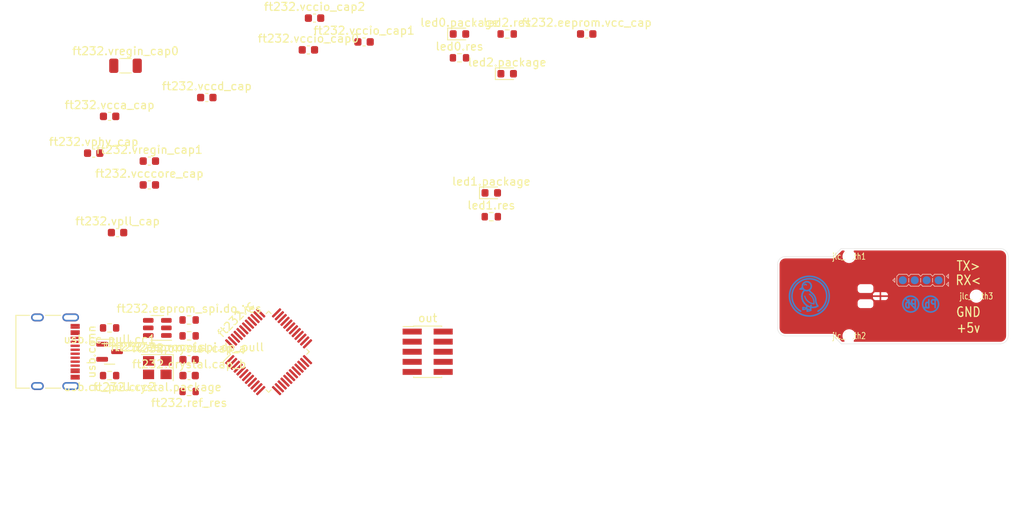
<source format=kicad_pcb>
(kicad_pcb (version 20211014) (generator pcbnew)
  (layers (0 "F.Cu" signal "Front") (31 "B.Cu" signal "Back") (34 "B.Paste" user) (35 "F.Paste" user) (36 "B.SilkS" user "B.Silkscreen") (37 "F.SilkS" user "F.Silkscreen") (38 "B.Mask" user) (39 "F.Mask" user) (44 "Edge.Cuts" user))
  (net 0 "")
  (net 1 "gnd")
  (net 2 "usb_chain_0.d_N")
  (net 3 "vusb")
  (net 4 "usb_chain_0.d_P")
  (net 5 "usb.conn.A5")
  (net 6 "usb.conn.B5")
  (net 7 "ft232.ic.vccd")
  (net 8 "ft232.eeprom_spi.spi.miso")
  (net 9 "ft232.eeprom_spi.eedata")
  (net 10 "led0.res.a")
  (net 11 "led1.res.a")
  (net 12 "led2.res.a")
  (net 13 "ft232.ref_res.a")
  (net 14 "ft232.eeprom_spi.eeclk")
  (net 15 "ft232.eeprom.cs")
  (net 16 "ft232.crystal.crystal.a")
  (net 17 "ft232.crystal.crystal.b")
  (net 18 "ft232.mpsse.sck")
  (net 19 "ft232.mpsse.mosi")
  (net 20 "ft232.mpsse.miso")
  (net 21 "ft232.ic.adbus3")
  (net 22 "ft232.adbus4")
  (net 23 "ft232.ic.adbus5")
  (net 24 "ft232.ic.adbus6")
  (net 25 "ft232.adbus7")
  (net 26 "ft232.acbus0")
  (net 27 "ft232.acbus1")
  (net 28 "ft232.acbus2")
  (net 29 "ft232.acbus3")
  (net 30 "ft232.acbus4")
  (net 31 "ft232.acbus5")
  (net 32 "ft232.acbus6")
  (net 33 "ft232.acbus7")
  (net 34 "ft232.acbus8")
  (net 35 "ft232.acbus9")
  (net 36 "ft232.ic.vcca")
  (net 37 "ft232.ic.vcccore")
  (footprint "Capacitor_SMD:C_0603_1608Metric" (layer "F.Cu") (at 60 58)
    (fp_text reference "ft232.crystal.cap_b" (at 0 -1.43) (layer "F.SilkS"))
    (fp_text value "")
    (fp_line (start -0.14058 -0.51) (end 0.14058 -0.51) (layer "F.SilkS") (width 0.12))
    (fp_line (start -0.14058 0.51) (end 0.14058 0.51) (layer "F.SilkS") (width 0.12))
    (pad "1" smd roundrect (at -0.775 0) (size 0.9 0.95) (layers "F.Cu" "F.Paste" "F.Mask") (net 17 "ft232.crystal.crystal.b"))
    (pad "2" smd roundrect (at 0.775 0) (size 0.9 0.95) (layers "F.Cu" "F.Paste" "F.Mask") (net 1 "gnd"))
  )
  (footprint "Package_TO_SOT_SMD:SOT-23-6" (layer "F.Cu") (at 56 52 180)
    (fp_text reference "ft232.eeprom.ic" (at 0 -2.4) (layer "F.SilkS"))
    (fp_text value "93LC56B (Microchip Technology)")
    (fp_line (start 0 1.56) (end 0.8 1.56) (layer "F.SilkS") (width 0.12))
    (fp_line (start 0 -1.56) (end 0.8 -1.56) (layer "F.SilkS") (width 0.12))
    (fp_line (start 0 -1.56) (end -1.8 -1.56) (layer "F.SilkS") (width 0.12))
    (fp_line (start 0 1.56) (end -0.8 1.56) (layer "F.SilkS") (width 0.12))
    (pad "1" smd roundrect (at -1.1375 -0.95 180) (size 1.325 0.6) (layers "F.Cu" "F.Paste" "F.Mask") (net 8 "ft232.eeprom_spi.spi.miso"))
    (pad "2" smd roundrect (at -1.1375 0 180) (size 1.325 0.6) (layers "F.Cu" "F.Paste" "F.Mask") (net 1 "gnd"))
    (pad "3" smd roundrect (at -1.1375 0.95 180) (size 1.325 0.6) (layers "F.Cu" "F.Paste" "F.Mask") (net 9 "ft232.eeprom_spi.eedata"))
    (pad "4" smd roundrect (at 1.1375 0.95 180) (size 1.325 0.6) (layers "F.Cu" "F.Paste" "F.Mask") (net 14 "ft232.eeprom_spi.eeclk"))
    (pad "5" smd roundrect (at 1.1375 0 180) (size 1.325 0.6) (layers "F.Cu" "F.Paste" "F.Mask") (net 15 "ft232.eeprom.cs"))
    (pad "6" smd roundrect (at 1.1375 -0.95 180) (size 1.325 0.6) (layers "F.Cu" "F.Paste" "F.Mask") (net 7 "ft232.ic.vccd"))
  )
  (footprint "Capacitor_SMD:C_0603_1608Metric" (layer "F.Cu") (at 50 25.37)
    (fp_text reference "ft232.vcca_cap" (at 0 -1.43) (layer "F.SilkS"))
    (fp_text value "")
    (fp_line (start -0.14058 0.51) (end 0.14058 0.51) (layer "F.SilkS") (width 0.12))
    (fp_line (start -0.14058 -0.51) (end 0.14058 -0.51) (layer "F.SilkS") (width 0.12))
    (pad "1" smd roundrect (at -0.775 0) (size 0.9 0.95) (layers "F.Cu" "F.Paste" "F.Mask") (net 36 "ft232.ic.vcca"))
    (pad "2" smd roundrect (at 0.775 0) (size 0.9 0.95) (layers "F.Cu" "F.Paste" "F.Mask") (net 1 "gnd"))
  )
  (footprint "Capacitor_SMD:C_0603_1608Metric" (layer "F.Cu") (at 110 15)
    (fp_text reference "ft232.eeprom.vcc_cap" (at 0 -1.43) (layer "F.SilkS"))
    (fp_text value "")
    (fp_line (start -0.14058 -0.51) (end 0.14058 -0.51) (layer "F.SilkS") (width 0.12))
    (fp_line (start -0.14058 0.51) (end 0.14058 0.51) (layer "F.SilkS") (width 0.12))
    (pad "1" smd roundrect (at -0.775 0) (size 0.9 0.95) (layers "F.Cu" "F.Paste" "F.Mask") (net 7 "ft232.ic.vccd"))
    (pad "2" smd roundrect (at 0.775 0) (size 0.9 0.95) (layers "F.Cu" "F.Paste" "F.Mask") (net 1 "gnd"))
  )
  (footprint "Capacitor_SMD:C_0603_1608Metric" (layer "F.Cu") (at 75 17)
    (fp_text reference "ft232.vccio_cap0" (at 0 -1.43) (layer "F.SilkS"))
    (fp_text value "")
    (fp_line (start -0.14058 -0.51) (end 0.14058 -0.51) (layer "F.SilkS") (width 0.12))
    (fp_line (start -0.14058 0.51) (end 0.14058 0.51) (layer "F.SilkS") (width 0.12))
    (pad "1" smd roundrect (at -0.775 0) (size 0.9 0.95) (layers "F.Cu" "F.Paste" "F.Mask") (net 7 "ft232.ic.vccd"))
    (pad "2" smd roundrect (at 0.775 0) (size 0.9 0.95) (layers "F.Cu" "F.Paste" "F.Mask") (net 1 "gnd"))
  )
  (footprint "Connector_PinHeader_1.27mm:PinHeader_2x05_P1.27mm_Vertical_SMD" (layer "F.Cu") (at 90 55)
    (fp_text reference "out" (at 0 -4.235) (layer "F.SilkS"))
    (fp_text value "PinHeader1.27 Shrouded 2x5 (Generic)")
    (fp_line (start 1.765 -3.235) (end 1.765 -3.17) (layer "F.SilkS") (width 0.12))
    (fp_line (start -3.09 -3.17) (end -1.765 -3.17) (layer "F.SilkS") (width 0.12))
    (fp_line (start 1.765 3.17) (end 1.765 3.235) (layer "F.SilkS") (width 0.12))
    (fp_line (start -1.765 -3.235) (end -1.765 -3.17) (layer "F.SilkS") (width 0.12))
    (fp_line (start -1.765 3.17) (end -1.765 3.235) (layer "F.SilkS") (width 0.12))
    (fp_line (start -1.765 -3.235) (end 1.765 -3.235) (layer "F.SilkS") (width 0.12))
    (fp_line (start -1.765 3.235) (end 1.765 3.235) (layer "F.SilkS") (width 0.12))
    (pad "1" smd rect (at -1.95 -2.54) (size 2.4 0.74) (layers "F.Cu" "F.Paste" "F.Mask") (net 3 "vusb"))
    (pad "2" smd rect (at 1.95 -2.54) (size 2.4 0.74) (layers "F.Cu" "F.Paste" "F.Mask") (net 22 "ft232.adbus4"))
    (pad "3" smd rect (at -1.95 -1.27) (size 2.4 0.74) (layers "F.Cu" "F.Paste" "F.Mask") (net 1 "gnd"))
    (pad "4" smd rect (at 1.95 -1.27) (size 2.4 0.74) (layers "F.Cu" "F.Paste" "F.Mask") (net 18 "ft232.mpsse.sck"))
    (pad "5" smd rect (at -1.95 0) (size 2.4 0.74) (layers "F.Cu" "F.Paste" "F.Mask") (net 1 "gnd"))
    (pad "6" smd rect (at 1.95 0) (size 2.4 0.74) (layers "F.Cu" "F.Paste" "F.Mask") (net 19 "ft232.mpsse.mosi"))
    (pad "7" smd rect (at -1.95 1.27) (size 2.4 0.74) (layers "F.Cu" "F.Paste" "F.Mask"))
    (pad "8" smd rect (at 1.95 1.27) (size 2.4 0.74) (layers "F.Cu" "F.Paste" "F.Mask") (net 20 "ft232.mpsse.miso"))
    (pad "9" smd rect (at -1.95 2.54) (size 2.4 0.74) (layers "F.Cu" "F.Paste" "F.Mask") (net 1 "gnd"))
    (pad "10" smd rect (at 1.95 2.54) (size 2.4 0.74) (layers "F.Cu" "F.Paste" "F.Mask") (net 25 "ft232.adbus7"))
  )
  (footprint "LED_SMD:LED_0603_1608Metric" (layer "F.Cu") (at 98 35)
    (fp_text reference "led1.package" (at 0 -1.43) (layer "F.SilkS"))
    (fp_text value "KT-0603R (Hubei KENTO Elec) - Red 615~630nm 1.9~2.2V 0603 Light Emitting Diodes (LED) RoHS")
    (fp_line (start 0.8 -0.735) (end -1.485 -0.735) (layer "F.SilkS") (width 0.12))
    (fp_line (start -1.485 -0.735) (end -1.485 0.735) (layer "F.SilkS") (width 0.12))
    (fp_line (start -1.485 0.735) (end 0.8 0.735) (layer "F.SilkS") (width 0.12))
    (pad "1" smd roundrect (at -0.7875 0) (size 0.875 0.95) (layers "F.Cu" "F.Paste" "F.Mask") (net 11 "led1.res.a"))
    (pad "2" smd roundrect (at 0.7875 0) (size 0.875 0.95) (layers "F.Cu" "F.Paste" "F.Mask") (net 29 "ft232.acbus3"))
  )
  (footprint "LED_SMD:LED_0603_1608Metric" (layer "F.Cu") (at 94 15)
    (fp_text reference "led0.package" (at 0 -1.43) (layer "F.SilkS"))
    (fp_text value "KT-0603R (Hubei KENTO Elec) - Red 615~630nm 1.9~2.2V 0603 Light Emitting Diodes (LED) RoHS")
    (fp_line (start -1.485 0.735) (end 0.8 0.735) (layer "F.SilkS") (width 0.12))
    (fp_line (start -1.485 -0.735) (end -1.485 0.735) (layer "F.SilkS") (width 0.12))
    (fp_line (start 0.8 -0.735) (end -1.485 -0.735) (layer "F.SilkS") (width 0.12))
    (pad "1" smd roundrect (at -0.7875 0) (size 0.875 0.95) (layers "F.Cu" "F.Paste" "F.Mask") (net 10 "led0.res.a"))
    (pad "2" smd roundrect (at 0.7875 0) (size 0.875 0.95) (layers "F.Cu" "F.Paste" "F.Mask") (net 26 "ft232.acbus0"))
  )
  (footprint "Resistor_SMD:R_0603_1608Metric" (layer "F.Cu") (at 94 18)
    (fp_text reference "led0.res" (at 0 -1.43) (layer "F.SilkS"))
    (fp_text value "")
    (fp_line (start -0.237258 0.5225) (end 0.237258 0.5225) (layer "F.SilkS") (width 0.12))
    (fp_line (start -0.237258 -0.5225) (end 0.237258 -0.5225) (layer "F.SilkS") (width 0.12))
    (pad "1" smd roundrect (at -0.825 0) (size 0.8 0.95) (layers "F.Cu" "F.Paste" "F.Mask") (net 10 "led0.res.a"))
    (pad "2" smd roundrect (at 0.825 0) (size 0.8 0.95) (layers "F.Cu" "F.Paste" "F.Mask") (net 1 "gnd"))
  )
  (footprint "edg:JlcToolingHole_1.152mm" (layer "F.Cu") (at 143 53)
    (fp_text reference "jlc_th.th2" (at 0 0) (layer "F.SilkS") (effects (font (size 0.8 0.6) (thickness 0.1))))
    (fp_text value "")
    (pad "" np_thru_hole circle locked (at 0 0) (size 1.152 1.152) (drill 1.152) (layers *.Cu *.Mask))
  )
  (footprint "Resistor_SMD:R_0603_1608Metric" (layer "F.Cu") (at 60 53 180)
    (fp_text reference "ft232.eeprom_spi.do_pull" (at 0 -1.43) (layer "F.SilkS"))
    (fp_text value "")
    (fp_line (start -0.237258 0.5225) (end 0.237258 0.5225) (layer "F.SilkS") (width 0.12))
    (fp_line (start -0.237258 -0.5225) (end 0.237258 -0.5225) (layer "F.SilkS") (width 0.12))
    (pad "1" smd roundrect (at -0.825 0 180) (size 0.8 0.95) (layers "F.Cu" "F.Paste" "F.Mask") (net 7 "ft232.ic.vccd"))
    (pad "2" smd roundrect (at 0.825 0 180) (size 0.8 0.95) (layers "F.Cu" "F.Paste" "F.Mask") (net 8 "ft232.eeprom_spi.spi.miso"))
  )
  (footprint "Crystal:Crystal_SMD_3225-4Pin_3.2x2.5mm" (layer "F.Cu") (at 56 57 180)
    (fp_text reference "ft232.crystal.package" (at 0 -2.45) (layer "F.SilkS"))
    (fp_text value "")
    (fp_line (start -2 -1.65) (end -2 1.65) (layer "F.SilkS") (width 0.12))
    (fp_line (start -2 1.65) (end 2 1.65) (layer "F.SilkS") (width 0.12))
    (pad "1" smd rect (at -1.1 0.85 180) (size 1.4 1.2) (layers "F.Cu" "F.Paste" "F.Mask") (net 16 "ft232.crystal.crystal.a"))
    (pad "2" smd rect (at 1.1 0.85 180) (size 1.4 1.2) (layers "F.Cu" "F.Paste" "F.Mask") (net 1 "gnd"))
    (pad "3" smd rect (at 1.1 -0.85 180) (size 1.4 1.2) (layers "F.Cu" "F.Paste" "F.Mask") (net 17 "ft232.crystal.crystal.b"))
    (pad "4" smd rect (at -1.1 -0.85 180) (size 1.4 1.2) (layers "F.Cu" "F.Paste" "F.Mask") (net 1 "gnd"))
  )
  (footprint "Capacitor_SMD:C_0603_1608Metric" (layer "F.Cu") (at 55 31)
    (fp_text reference "ft232.vregin_cap1" (at 0 -1.43) (layer "F.SilkS"))
    (fp_text value "")
    (fp_line (start -0.14058 -0.51) (end 0.14058 -0.51) (layer "F.SilkS") (width 0.12))
    (fp_line (start -0.14058 0.51) (end 0.14058 0.51) (layer "F.SilkS") (width 0.12))
    (pad "1" smd roundrect (at -0.775 0) (size 0.9 0.95) (layers "F.Cu" "F.Paste" "F.Mask") (net 3 "vusb"))
    (pad "2" smd roundrect (at 0.775 0) (size 0.9 0.95) (layers "F.Cu" "F.Paste" "F.Mask") (net 1 "gnd"))
  )
  (footprint "Capacitor_SMD:C_0603_1608Metric" (layer "F.Cu") (at 55 34)
    (fp_text reference "ft232.vcccore_cap" (at 0 -1.43) (layer "F.SilkS"))
    (fp_text value "")
    (fp_line (start -0.14058 0.51) (end 0.14058 0.51) (layer "F.SilkS") (width 0.12))
    (fp_line (start -0.14058 -0.51) (end 0.14058 -0.51) (layer "F.SilkS") (width 0.12))
    (pad "1" smd roundrect (at -0.775 0) (size 0.9 0.95) (layers "F.Cu" "F.Paste" "F.Mask") (net 37 "ft232.ic.vcccore"))
    (pad "2" smd roundrect (at 0.775 0) (size 0.9 0.95) (layers "F.Cu" "F.Paste" "F.Mask") (net 1 "gnd"))
  )
  (footprint "Resistor_SMD:R_0603_1608Metric" (layer "F.Cu") (at 60 51)
    (fp_text reference "ft232.eeprom_spi.do_res" (at 0 -1.43) (layer "F.SilkS"))
    (fp_text value "")
    (fp_line (start -0.237258 0.5225) (end 0.237258 0.5225) (layer "F.SilkS") (width 0.12))
    (fp_line (start -0.237258 -0.5225) (end 0.237258 -0.5225) (layer "F.SilkS") (width 0.12))
    (pad "1" smd roundrect (at -0.825 0) (size 0.8 0.95) (layers "F.Cu" "F.Paste" "F.Mask") (net 8 "ft232.eeprom_spi.spi.miso"))
    (pad "2" smd roundrect (at 0.825 0) (size 0.8 0.95) (layers "F.Cu" "F.Paste" "F.Mask") (net 9 "ft232.eeprom_spi.eedata"))
  )
  (footprint "Capacitor_SMD:C_0603_1608Metric" (layer "F.Cu") (at 62.225 23)
    (fp_text reference "ft232.vccd_cap" (at 0 -1.43) (layer "F.SilkS"))
    (fp_text value "")
    (fp_line (start -0.14058 0.51) (end 0.14058 0.51) (layer "F.SilkS") (width 0.12))
    (fp_line (start -0.14058 -0.51) (end 0.14058 -0.51) (layer "F.SilkS") (width 0.12))
    (pad "1" smd roundrect (at -0.775 0) (size 0.9 0.95) (layers "F.Cu" "F.Paste" "F.Mask") (net 7 "ft232.ic.vccd"))
    (pad "2" smd roundrect (at 0.775 0) (size 0.9 0.95) (layers "F.Cu" "F.Paste" "F.Mask") (net 1 "gnd"))
  )
  (footprint "Resistor_SMD:R_0603_1608Metric" (layer "F.Cu") (at 50 58 180)
    (fp_text reference "usb.cc_pull.cc2" (at 0 -1.43) (layer "F.SilkS"))
    (fp_text value "")
    (fp_line (start -0.237258 0.5225) (end 0.237258 0.5225) (layer "F.SilkS") (width 0.12))
    (fp_line (start -0.237258 -0.5225) (end 0.237258 -0.5225) (layer "F.SilkS") (width 0.12))
    (pad "1" smd roundrect (at -0.825 0 180) (size 0.8 0.95) (layers "F.Cu" "F.Paste" "F.Mask") (net 1 "gnd"))
    (pad "2" smd roundrect (at 0.825 0 180) (size 0.8 0.95) (layers "F.Cu" "F.Paste" "F.Mask") (net 6 "usb.conn.B5"))
  )
  (footprint "Resistor_SMD:R_0603_1608Metric" (layer "F.Cu") (at 50 52 180)
    (fp_text reference "usb.cc_pull.cc1" (at 0 -1.43) (layer "F.SilkS"))
    (fp_text value "")
    (fp_line (start -0.237258 -0.5225) (end 0.237258 -0.5225) (layer "F.SilkS") (width 0.12))
    (fp_line (start -0.237258 0.5225) (end 0.237258 0.5225) (layer "F.SilkS") (width 0.12))
    (pad "1" smd roundrect (at -0.825 0 180) (size 0.8 0.95) (layers "F.Cu" "F.Paste" "F.Mask") (net 1 "gnd"))
    (pad "2" smd roundrect (at 0.825 0 180) (size 0.8 0.95) (layers "F.Cu" "F.Paste" "F.Mask") (net 5 "usb.conn.A5"))
  )
  (footprint "Capacitor_SMD:C_0603_1608Metric" (layer "F.Cu") (at 51 40)
    (fp_text reference "ft232.vpll_cap" (at 0 -1.43) (layer "F.SilkS"))
    (fp_text value "")
    (fp_line (start -0.14058 0.51) (end 0.14058 0.51) (layer "F.SilkS") (width 0.12))
    (fp_line (start -0.14058 -0.51) (end 0.14058 -0.51) (layer "F.SilkS") (width 0.12))
    (pad "1" smd roundrect (at -0.775 0) (size 0.9 0.95) (layers "F.Cu" "F.Paste" "F.Mask") (net 7 "ft232.ic.vccd"))
    (pad "2" smd roundrect (at 0.775 0) (size 0.9 0.95) (layers "F.Cu" "F.Paste" "F.Mask") (net 1 "gnd"))
  )
  (footprint "Package_QFP:LQFP-48_7x7mm_P0.5mm" (layer "F.Cu") (at 70 55 45)
    (fp_text reference "ft232.ic" (at 0 -5.85 45) (layer "F.SilkS"))
    (fp_text value "FT232HL (FTDI, Future Technology Devices International Ltd)")
    (fp_line (start -3.61 -3.61) (end -3.61 -3.16) (layer "F.SilkS") (width 0.12))
    (fp_line (start -3.16 3.61) (end -3.61 3.61) (layer "F.SilkS") (width 0.12))
    (fp_line (start -3.61 3.61) (end -3.61 3.16) (layer "F.SilkS") (width 0.12))
    (fp_line (start -3.16 -3.61) (end -3.61 -3.61) (layer "F.SilkS") (width 0.12))
    (fp_line (start 3.61 3.61) (end 3.61 3.16) (layer "F.SilkS") (width 0.12))
    (fp_line (start -3.61 -3.16) (end -4.9 -3.16) (layer "F.SilkS") (width 0.12))
    (fp_line (start 3.16 -3.61) (end 3.61 -3.61) (layer "F.SilkS") (width 0.12))
    (fp_line (start 3.16 3.61) (end 3.61 3.61) (layer "F.SilkS") (width 0.12))
    (fp_line (start 3.61 -3.61) (end 3.61 -3.16) (layer "F.SilkS") (width 0.12))
    (pad "1" smd roundrect (at -4.1625 -2.75 45) (size 1.475 0.3) (layers "F.Cu" "F.Paste" "F.Mask") (net 16 "ft232.crystal.crystal.a"))
    (pad "2" smd roundrect (at -4.1625 -2.25 45) (size 1.475 0.3) (layers "F.Cu" "F.Paste" "F.Mask") (net 17 "ft232.crystal.crystal.b"))
    (pad "3" smd roundrect (at -4.1625 -1.75 45) (size 1.475 0.3) (layers "F.Cu" "F.Paste" "F.Mask") (net 7 "ft232.ic.vccd"))
    (pad "4" smd roundrect (at -4.1625 -1.25 45) (size 1.475 0.3) (layers "F.Cu" "F.Paste" "F.Mask") (net 1 "gnd"))
    (pad "5" smd roundrect (at -4.1625 -0.75 45) (size 1.475 0.3) (layers "F.Cu" "F.Paste" "F.Mask") (net 13 "ft232.ref_res.a"))
    (pad "6" smd roundrect (at -4.1625 -0.25 45) (size 1.475 0.3) (layers "F.Cu" "F.Paste" "F.Mask") (net 2 "usb_chain_0.d_N"))
    (pad "7" smd roundrect (at -4.1625 0.25 45) (size 1.475 0.3) (layers "F.Cu" "F.Paste" "F.Mask") (net 4 "usb_chain_0.d_P"))
    (pad "8" smd roundrect (at -4.1625 0.75 45) (size 1.475 0.3) (layers "F.Cu" "F.Paste" "F.Mask") (net 7 "ft232.ic.vccd"))
    (pad "9" smd roundrect (at -4.1625 1.25 45) (size 1.475 0.3) (layers "F.Cu" "F.Paste" "F.Mask") (net 1 "gnd"))
    (pad "10" smd roundrect (at -4.1625 1.75 45) (size 1.475 0.3) (layers "F.Cu" "F.Paste" "F.Mask") (net 1 "gnd"))
    (pad "11" smd roundrect (at -4.1625 2.25 45) (size 1.475 0.3) (layers "F.Cu" "F.Paste" "F.Mask") (net 1 "gnd"))
    (pad "12" smd roundrect (at -4.1625 2.75 45) (size 1.475 0.3) (layers "F.Cu" "F.Paste" "F.Mask") (net 7 "ft232.ic.vccd"))
    (pad "13" smd roundrect (at -2.75 4.1625 45) (size 0.3 1.475) (layers "F.Cu" "F.Paste" "F.Mask") (net 18 "ft232.mpsse.sck"))
    (pad "14" smd roundrect (at -2.25 4.1625 45) (size 0.3 1.475) (layers "F.Cu" "F.Paste" "F.Mask") (net 19 "ft232.mpsse.mosi"))
    (pad "15" smd roundrect (at -1.75 4.1625 45) (size 0.3 1.475) (layers "F.Cu" "F.Paste" "F.Mask") (net 20 "ft232.mpsse.miso"))
    (pad "16" smd roundrect (at -1.25 4.1625 45) (size 0.3 1.475) (layers "F.Cu" "F.Paste" "F.Mask") (net 21 "ft232.ic.adbus3"))
    (pad "17" smd roundrect (at -0.75 4.1625 45) (size 0.3 1.475) (layers "F.Cu" "F.Paste" "F.Mask") (net 22 "ft232.adbus4"))
    (pad "18" smd roundrect (at -0.25 4.1625 45) (size 0.3 1.475) (layers "F.Cu" "F.Paste" "F.Mask") (net 23 "ft232.ic.adbus5"))
    (pad "19" smd roundrect (at 0.25 4.1625 45) (size 0.3 1.475) (layers "F.Cu" "F.Paste" "F.Mask") (net 24 "ft232.ic.adbus6"))
    (pad "20" smd roundrect (at 0.75 4.1625 45) (size 0.3 1.475) (layers "F.Cu" "F.Paste" "F.Mask") (net 25 "ft232.adbus7"))
    (pad "21" smd roundrect (at 1.25 4.1625 45) (size 0.3 1.475) (layers "F.Cu" "F.Paste" "F.Mask") (net 26 "ft232.acbus0"))
    (pad "22" smd roundrect (at 1.75 4.1625 45) (size 0.3 1.475) (layers "F.Cu" "F.Paste" "F.Mask") (net 1 "gnd"))
    (pad "23" smd roundrect (at 2.25 4.1625 45) (size 0.3 1.475) (layers "F.Cu" "F.Paste" "F.Mask") (net 1 "gnd"))
    (pad "24" smd roundrect (at 2.75 4.1625 45) (size 0.3 1.475) (layers "F.Cu" "F.Paste" "F.Mask") (net 7 "ft232.ic.vccd"))
    (pad "25" smd roundrect (at 4.1625 2.75 45) (size 1.475 0.3) (layers "F.Cu" "F.Paste" "F.Mask") (net 27 "ft232.acbus1"))
    (pad "26" smd roundrect (at 4.1625 2.25 45) (size 1.475 0.3) (layers "F.Cu" "F.Paste" "F.Mask") (net 28 "ft232.acbus2"))
    (pad "27" smd roundrect (at 4.1625 1.75 45) (size 1.475 0.3) (layers "F.Cu" "F.Paste" "F.Mask") (net 29 "ft232.acbus3"))
    (pad "28" smd roundrect (at 4.1625 1.25 45) (size 1.475 0.3) (layers "F.Cu" "F.Paste" "F.Mask") (net 30 "ft232.acbus4"))
    (pad "29" smd roundrect (at 4.1625 0.75 45) (size 1.475 0.3) (layers "F.Cu" "F.Paste" "F.Mask") (net 31 "ft232.acbus5"))
    (pad "30" smd roundrect (at 4.1625 0.25 45) (size 1.475 0.3) (layers "F.Cu" "F.Paste" "F.Mask") (net 32 "ft232.acbus6"))
    (pad "31" smd roundrect (at 4.1625 -0.25 45) (size 1.475 0.3) (layers "F.Cu" "F.Paste" "F.Mask") (net 33 "ft232.acbus7"))
    (pad "32" smd roundrect (at 4.1625 -0.75 45) (size 1.475 0.3) (layers "F.Cu" "F.Paste" "F.Mask") (net 34 "ft232.acbus8"))
    (pad "33" smd roundrect (at 4.1625 -1.25 45) (size 1.475 0.3) (layers "F.Cu" "F.Paste" "F.Mask") (net 35 "ft232.acbus9"))
    (pad "34" smd roundrect (at 4.1625 -1.75 45) (size 1.475 0.3) (layers "F.Cu" "F.Paste" "F.Mask") (net 7 "ft232.ic.vccd"))
    (pad "35" smd roundrect (at 4.1625 -2.25 45) (size 1.475 0.3) (layers "F.Cu" "F.Paste" "F.Mask") (net 1 "gnd"))
    (pad "36" smd roundrect (at 4.1625 -2.75 45) (size 1.475 0.3) (layers "F.Cu" "F.Paste" "F.Mask") (net 1 "gnd"))
    (pad "37" smd roundrect (at 2.75 -4.1625 45) (size 0.3 1.475) (layers "F.Cu" "F.Paste" "F.Mask") (net 36 "ft232.ic.vcca"))
    (pad "38" smd roundrect (at 2.25 -4.1625 45) (size 0.3 1.475) (layers "F.Cu" "F.Paste" "F.Mask") (net 37 "ft232.ic.vcccore"))
    (pad "39" smd roundrect (at 1.75 -4.1625 45) (size 0.3 1.475) (layers "F.Cu" "F.Paste" "F.Mask") (net 7 "ft232.ic.vccd"))
    (pad "40" smd roundrect (at 1.25 -4.1625 45) (size 0.3 1.475) (layers "F.Cu" "F.Paste" "F.Mask") (net 3 "vusb"))
    (pad "41" smd roundrect (at 0.75 -4.1625 45) (size 0.3 1.475) (layers "F.Cu" "F.Paste" "F.Mask") (net 1 "gnd"))
    (pad "42" smd roundrect (at 0.25 -4.1625 45) (size 0.3 1.475) (layers "F.Cu" "F.Paste" "F.Mask") (net 1 "gnd"))
    (pad "43" smd roundrect (at -0.25 -4.1625 45) (size 0.3 1.475) (layers "F.Cu" "F.Paste" "F.Mask") (net 9 "ft232.eeprom_spi.eedata"))
    (pad "44" smd roundrect (at -0.75 -4.1625 45) (size 0.3 1.475) (layers "F.Cu" "F.Paste" "F.Mask") (net 14 "ft232.eeprom_spi.eeclk"))
    (pad "45" smd roundrect (at -1.25 -4.1625 45) (size 0.3 1.475) (layers "F.Cu" "F.Paste" "F.Mask") (net 15 "ft232.eeprom.cs"))
    (pad "46" smd roundrect (at -1.75 -4.1625 45) (size 0.3 1.475) (layers "F.Cu" "F.Paste" "F.Mask") (net 7 "ft232.ic.vccd"))
    (pad "47" smd roundrect (at -2.25 -4.1625 45) (size 0.3 1.475) (layers "F.Cu" "F.Paste" "F.Mask") (net 1 "gnd"))
    (pad "48" smd roundrect (at -2.75 -4.1625 45) (size 0.3 1.475) (layers "F.Cu" "F.Paste" "F.Mask") (net 1 "gnd"))
  )
  (footprint "Connector_USB:USB_C_Receptacle_XKB_U262-16XN-4BVC11" (layer "F.Cu") (at 42 55 -90)
    (fp_text reference "usb.conn" (at 0 -5.715 90) (layer "F.SilkS"))
    (fp_text value "COM-15111 (Sparkfun)")
    (fp_line (start 4.58 0.07) (end 4.58 -1.85) (layer "F.SilkS") (width 0.12))
    (fp_line (start -4.58 3.785) (end -4.58 2.08) (layer "F.SilkS") (width 0.12))
    (fp_line (start 4.58 3.785) (end -4.58 3.785) (layer "F.SilkS") (width 0.12))
    (fp_line (start 4.58 2.08) (end 4.58 3.785) (layer "F.SilkS") (width 0.12))
    (fp_line (start -4.58 -1.85) (end -4.58 0.07) (layer "F.SilkS") (width 0.12))
    (pad "" np_thru_hole circle (at -2.89 -2.605 270) (size 0.65 0.65) (drill 0.65) (layers *.Cu *.Mask))
    (pad "" np_thru_hole circle (at 2.89 -2.605 270) (size 0.65 0.65) (drill 0.65) (layers *.Cu *.Mask))
    (pad "A1" smd rect (at -3.35 -3.67 270) (size 0.3 1.15) (layers "F.Cu" "F.Paste" "F.Mask") (net 1 "gnd"))
    (pad "A4" smd rect (at -2.55 -3.67 270) (size 0.3 1.15) (layers "F.Cu" "F.Paste" "F.Mask") (net 3 "vusb"))
    (pad "A5" smd rect (at -1.25 -3.67 270) (size 0.3 1.15) (layers "F.Cu" "F.Paste" "F.Mask") (net 5 "usb.conn.A5"))
    (pad "A6" smd rect (at -0.25 -3.67 270) (size 0.3 1.15) (layers "F.Cu" "F.Paste" "F.Mask") (net 4 "usb_chain_0.d_P"))
    (pad "A7" smd rect (at 0.25 -3.67 270) (size 0.3 1.15) (layers "F.Cu" "F.Paste" "F.Mask") (net 2 "usb_chain_0.d_N"))
    (pad "A8" smd rect (at 1.25 -3.67 270) (size 0.3 1.15) (layers "F.Cu" "F.Paste" "F.Mask"))
    (pad "A9" smd rect (at 2.55 -3.67 270) (size 0.3 1.15) (layers "F.Cu" "F.Paste" "F.Mask") (net 3 "vusb"))
    (pad "A12" smd rect (at 3.35 -3.67 270) (size 0.3 1.15) (layers "F.Cu" "F.Paste" "F.Mask") (net 1 "gnd"))
    (pad "B1" smd rect (at 3.05 -3.67 270) (size 0.3 1.15) (layers "F.Cu" "F.Paste" "F.Mask") (net 1 "gnd"))
    (pad "B4" smd rect (at 2.25 -3.67 270) (size 0.3 1.15) (layers "F.Cu" "F.Paste" "F.Mask") (net 3 "vusb"))
    (pad "B5" smd rect (at 1.75 -3.67 270) (size 0.3 1.15) (layers "F.Cu" "F.Paste" "F.Mask") (net 6 "usb.conn.B5"))
    (pad "B6" smd rect (at 0.75 -3.67 270) (size 0.3 1.15) (layers "F.Cu" "F.Paste" "F.Mask") (net 4 "usb_chain_0.d_P"))
    (pad "B7" smd rect (at -0.75 -3.67 270) (size 0.3 1.15) (layers "F.Cu" "F.Paste" "F.Mask") (net 2 "usb_chain_0.d_N"))
    (pad "B8" smd rect (at -1.75 -3.67 270) (size 0.3 1.15) (layers "F.Cu" "F.Paste" "F.Mask"))
    (pad "B9" smd rect (at -2.25 -3.67 270) (size 0.3 1.15) (layers "F.Cu" "F.Paste" "F.Mask") (net 3 "vusb"))
    (pad "B12" smd rect (at -3.05 -3.67 270) (size 0.3 1.15) (layers "F.Cu" "F.Paste" "F.Mask") (net 1 "gnd"))
    (pad "S1" thru_hole oval (at 4.32 -3.105 270) (size 1 2.1) (drill oval 0.6 1.7) (layers *.Cu *.Mask) (net 1 "gnd"))
    (pad "S1" thru_hole oval (at 4.32 1.075 270) (size 1 1.6) (drill oval 0.6 1.2) (layers *.Cu *.Mask) (net 1 "gnd"))
    (pad "S1" thru_hole oval (at -4.32 -3.105 270) (size 1 2.1) (drill oval 0.6 1.7) (layers *.Cu *.Mask) (net 1 "gnd"))
    (pad "S1" thru_hole oval (at -4.32 1.075 270) (size 1 1.6) (drill oval 0.6 1.2) (layers *.Cu *.Mask) (net 1 "gnd"))
  )
  (footprint "edg:JlcToolingHole_1.152mm" (layer "F.Cu") (at 159 48)
    (fp_text reference "jlc_th.th3" (at 0 0) (layer "F.SilkS") (effects (font (size 0.8 0.6) (thickness 0.1))))
    (fp_text value "")
    (pad "" np_thru_hole circle locked (at 0 0) (size 1.152 1.152) (drill 1.152) (layers *.Cu *.Mask))
  )
  (footprint "LED_SMD:LED_0603_1608Metric" (layer "F.Cu") (at 100 20)
    (fp_text reference "led2.package" (at 0 -1.43) (layer "F.SilkS"))
    (fp_text value "KT-0603R (Hubei KENTO Elec) - Red 615~630nm 1.9~2.2V 0603 Light Emitting Diodes (LED) RoHS")
    (fp_line (start -1.485 -0.735) (end -1.485 0.735) (layer "F.SilkS") (width 0.12))
    (fp_line (start -1.485 0.735) (end 0.8 0.735) (layer "F.SilkS") (width 0.12))
    (fp_line (start 0.8 -0.735) (end -1.485 -0.735) (layer "F.SilkS") (width 0.12))
    (pad "1" smd roundrect (at -0.7875 0) (size 0.875 0.95) (layers "F.Cu" "F.Paste" "F.Mask") (net 12 "led2.res.a"))
    (pad "2" smd roundrect (at 0.7875 0) (size 0.875 0.95) (layers "F.Cu" "F.Paste" "F.Mask") (net 30 "ft232.acbus4"))
  )
  (footprint "Resistor_SMD:R_0603_1608Metric" (layer "F.Cu") (at 98 38)
    (fp_text reference "led1.res" (at 0 -1.43) (layer "F.SilkS"))
    (fp_text value "")
    (fp_line (start -0.237258 0.5225) (end 0.237258 0.5225) (layer "F.SilkS") (width 0.12))
    (fp_line (start -0.237258 -0.5225) (end 0.237258 -0.5225) (layer "F.SilkS") (width 0.12))
    (pad "1" smd roundrect (at -0.825 0) (size 0.8 0.95) (layers "F.Cu" "F.Paste" "F.Mask") (net 11 "led1.res.a"))
    (pad "2" smd roundrect (at 0.825 0) (size 0.8 0.95) (layers "F.Cu" "F.Paste" "F.Mask") (net 1 "gnd"))
  )
  (footprint "Capacitor_SMD:C_0603_1608Metric" (layer "F.Cu") (at 48 30)
    (fp_text reference "ft232.vphy_cap" (at 0 -1.43) (layer "F.SilkS"))
    (fp_text value "")
    (fp_line (start -0.14058 -0.51) (end 0.14058 -0.51) (layer "F.SilkS") (width 0.12))
    (fp_line (start -0.14058 0.51) (end 0.14058 0.51) (layer "F.SilkS") (width 0.12))
    (pad "1" smd roundrect (at -0.775 0) (size 0.9 0.95) (layers "F.Cu" "F.Paste" "F.Mask") (net 7 "ft232.ic.vccd"))
    (pad "2" smd roundrect (at 0.775 0) (size 0.9 0.95) (layers "F.Cu" "F.Paste" "F.Mask") (net 1 "gnd"))
  )
  (footprint "Capacitor_SMD:C_0603_1608Metric" (layer "F.Cu") (at 75.775 13)
    (fp_text reference "ft232.vccio_cap2" (at 0 -1.43) (layer "F.SilkS"))
    (fp_text value "")
    (fp_line (start -0.14058 0.51) (end 0.14058 0.51) (layer "F.SilkS") (width 0.12))
    (fp_line (start -0.14058 -0.51) (end 0.14058 -0.51) (layer "F.SilkS") (width 0.12))
    (pad "1" smd roundrect (at -0.775 0) (size 0.9 0.95) (layers "F.Cu" "F.Paste" "F.Mask") (net 7 "ft232.ic.vccd"))
    (pad "2" smd roundrect (at 0.775 0) (size 0.9 0.95) (layers "F.Cu" "F.Paste" "F.Mask") (net 1 "gnd"))
  )
  (footprint "Capacitor_SMD:C_1206_3216Metric" (layer "F.Cu") (at 52 19)
    (fp_text reference "ft232.vregin_cap0" (at 0 -1.85) (layer "F.SilkS"))
    (fp_text value "")
    (fp_line (start -0.711252 -0.91) (end 0.711252 -0.91) (layer "F.SilkS") (width 0.12))
    (fp_line (start -0.711252 0.91) (end 0.711252 0.91) (layer "F.SilkS") (width 0.12))
    (pad "1" smd roundrect (at -1.475 0) (size 1.15 1.8) (layers "F.Cu" "F.Paste" "F.Mask") (roundrect_rratio 0.217391) (net 3 "vusb"))
    (pad "2" smd roundrect (at 1.475 0) (size 1.15 1.8) (layers "F.Cu" "F.Paste" "F.Mask") (roundrect_rratio 0.217391) (net 1 "gnd"))
  )
  (footprint "Resistor_SMD:R_0603_1608Metric" (layer "F.Cu") (at 100 15)
    (fp_text reference "led2.res" (at 0 -1.43) (layer "F.SilkS"))
    (fp_text value "")
    (fp_line (start -0.237258 -0.5225) (end 0.237258 -0.5225) (layer "F.SilkS") (width 0.12))
    (fp_line (start -0.237258 0.5225) (end 0.237258 0.5225) (layer "F.SilkS") (width 0.12))
    (pad "1" smd roundrect (at -0.825 0) (size 0.8 0.95) (layers "F.Cu" "F.Paste" "F.Mask") (net 12 "led2.res.a"))
    (pad "2" smd roundrect (at 0.825 0) (size 0.8 0.95) (layers "F.Cu" "F.Paste" "F.Mask") (net 1 "gnd"))
  )
  (footprint "Resistor_SMD:R_0603_1608Metric" (layer "F.Cu") (at 60 60 180)
    (fp_text reference "ft232.ref_res" (at 0 -1.43) (layer "F.SilkS"))
    (fp_text value "")
    (fp_line (start -0.237258 0.5225) (end 0.237258 0.5225) (layer "F.SilkS") (width 0.12))
    (fp_line (start -0.237258 -0.5225) (end 0.237258 -0.5225) (layer "F.SilkS") (width 0.12))
    (pad "1" smd roundrect (at -0.825 0 180) (size 0.8 0.95) (layers "F.Cu" "F.Paste" "F.Mask") (net 13 "ft232.ref_res.a"))
    (pad "2" smd roundrect (at 0.825 0 180) (size 0.8 0.95) (layers "F.Cu" "F.Paste" "F.Mask") (net 1 "gnd"))
  )
  (footprint "edg:JlcToolingHole_1.152mm" (layer "F.Cu") (at 143 43)
    (fp_text reference "jlc_th.th1" (at 0 0) (layer "F.SilkS") (effects (font (size 0.8 0.6) (thickness 0.1))))
    (fp_text value "")
    (pad "" np_thru_hole circle locked (at 0 0) (size 1.152 1.152) (drill 1.152) (layers *.Cu *.Mask))
  )
  (footprint "Capacitor_SMD:C_0603_1608Metric" (layer "F.Cu") (at 82 16)
    (fp_text reference "ft232.vccio_cap1" (at 0 -1.43) (layer "F.SilkS"))
    (fp_text value "")
    (fp_line (start -0.14058 -0.51) (end 0.14058 -0.51) (layer "F.SilkS") (width 0.12))
    (fp_line (start -0.14058 0.51) (end 0.14058 0.51) (layer "F.SilkS") (width 0.12))
    (pad "1" smd roundrect (at -0.775 0) (size 0.9 0.95) (layers "F.Cu" "F.Paste" "F.Mask") (net 7 "ft232.ic.vccd"))
    (pad "2" smd roundrect (at 0.775 0) (size 0.9 0.95) (layers "F.Cu" "F.Paste" "F.Mask") (net 1 "gnd"))
  )
  (footprint "Capacitor_SMD:C_0603_1608Metric" (layer "F.Cu") (at 60 56)
    (fp_text reference "ft232.crystal.cap_a" (at 0 -1.43) (layer "F.SilkS"))
    (fp_text value "")
    (fp_line (start -0.14058 -0.51) (end 0.14058 -0.51) (layer "F.SilkS") (width 0.12))
    (fp_line (start -0.14058 0.51) (end 0.14058 0.51) (layer "F.SilkS") (width 0.12))
    (pad "1" smd roundrect (at -0.775 0) (size 0.9 0.95) (layers "F.Cu" "F.Paste" "F.Mask") (net 16 "ft232.crystal.crystal.a"))
    (pad "2" smd roundrect (at 0.775 0) (size 0.9 0.95) (layers "F.Cu" "F.Paste" "F.Mask") (net 1 "gnd"))
  )
  (footprint "Package_TO_SOT_SMD:SOT-23" (layer "F.Cu") (at 50 55)
    (fp_text reference "usb_esd" (at 1 -1) (layer "F.SilkS") (effects (font (size 0.8 0.6) (thickness 0.1))))
    (fp_text value "ESDA5V3L (STMicroelectronics)")
    (fp_line (start 0 -1.56) (end -1.675 -1.56) (layer "F.SilkS") (width 0.12))
    (fp_line (start 0 1.56) (end -0.65 1.56) (layer "F.SilkS") (width 0.12))
    (fp_line (start 0 1.56) (end 0.65 1.56) (layer "F.SilkS") (width 0.12))
    (fp_line (start 0 -1.56) (end 0.65 -1.56) (layer "F.SilkS") (width 0.12))
    (pad "1" smd roundrect (at -0.9375 -0.95) (size 1.475 0.6) (layers "F.Cu" "F.Paste" "F.Mask") (net 2 "usb_chain_0.d_N"))
    (pad "2" smd roundrect (at -0.9375 0.95) (size 1.475 0.6) (layers "F.Cu" "F.Paste" "F.Mask") (net 4 "usb_chain_0.d_P"))
    (pad "3" smd roundrect (at 0.9375 0) (size 1.475 0.6) (layers "F.Cu" "F.Paste" "F.Mask") (net 1 "gnd"))
  )
  (footprint "edg:Indicator_IdDots_4" (layer "B.Cu") (at 152 46 180)
    (fp_text reference "id" hide)
    (fp_text value "IdDots4")
    (fp_circle (center -2.25 0) (end -2 0) (layer "B.Cu") (width 0.5) (fill none))
    (fp_circle (center 0.75 0) (end 1 0) (layer "B.Cu") (width 0.5) (fill none))
    (fp_circle (center 2.25 0) (end 2.5 0) (layer "B.Cu") (width 0.5) (fill none))
    (fp_circle (center -0.75 0) (end -0.5 0) (layer "B.Cu") (width 0.5) (fill none))
    (fp_line (start 1.5 -0.5) (end 1.75 -0.75) (layer "B.SilkS") (width 0.1))
    (fp_line (start 3.5 0) (end 3.25 -0.25) (layer "B.SilkS") (width 0.1))
    (fp_line (start -1.75 0.75) (end -2.75 0.75) (layer "B.SilkS") (width 0.1))
    (fp_line (start -1.5 -0.5) (end -1.25 -0.75) (layer "B.SilkS") (width 0.1))
    (fp_line (start -1.5 -0.25) (end -1.5 0.25) (layer "B.SilkS") (width 0.1))
    (fp_line (start -3.5 0.75) (end -3.25 0.5) (layer "B.SilkS") (width 0.1))
    (fp_line (start 2.75 0.75) (end 1.75 0.75) (layer "B.SilkS") (width 0.1))
    (fp_line (start -1.25 -0.75) (end -0.25 -0.75) (layer "B.SilkS") (width 0.1))
    (fp_line (start 0 -0.5) (end 0.25 -0.75) (layer "B.SilkS") (width 0.1))
    (fp_line (start -1.75 -0.75) (end -1.5 -0.5) (layer "B.SilkS") (width 0.1))
    (fp_line (start -0.25 -0.75) (end 0 -0.5) (layer "B.SilkS") (width 0.1))
    (fp_line (start 3.25 -0.25) (end 3.25 0.25) (layer "B.SilkS") (width 0.1))
    (fp_line (start -0.25 0.75) (end -1.25 0.75) (layer "B.SilkS") (width 0.1))
    (fp_line (start 1.75 -0.75) (end 2.75 -0.75) (layer "B.SilkS") (width 0.1))
    (fp_line (start 1.5 -0.25) (end 1.5 0.25) (layer "B.SilkS") (width 0.1))
    (fp_line (start -3 0.5) (end -3 -0.5) (layer "B.SilkS") (width 0.1))
    (fp_line (start 1.25 0.75) (end 0.25 0.75) (layer "B.SilkS") (width 0.1))
    (fp_line (start 0.25 0.75) (end 0 0.5) (layer "B.SilkS") (width 0.1))
    (fp_line (start -1.25 0.75) (end -1.5 0.5) (layer "B.SilkS") (width 0.1))
    (fp_line (start 3 0.5) (end 2.75 0.75) (layer "B.SilkS") (width 0.1))
    (fp_line (start 1.5 0.5) (end 1.25 0.75) (layer "B.SilkS") (width 0.1))
    (fp_line (start 1.75 0.75) (end 1.5 0.5) (layer "B.SilkS") (width 0.1))
    (fp_line (start -3.5 0.25) (end -3.5 0.75) (layer "B.SilkS") (width 0.1))
    (fp_line (start -3.5 -0.75) (end -3.5 -0.25) (layer "B.SilkS") (width 0.1))
    (fp_line (start -2.75 0.75) (end -3 0.5) (layer "B.SilkS") (width 0.1))
    (fp_line (start 3.25 0.25) (end 3.5 0) (layer "B.SilkS") (width 0.1))
    (fp_line (start -1.5 0.5) (end -1.75 0.75) (layer "B.SilkS") (width 0.1))
    (fp_line (start 2.75 -0.75) (end 3 -0.5) (layer "B.SilkS") (width 0.1))
    (fp_line (start 0 0.5) (end -0.25 0.75) (layer "B.SilkS") (width 0.1))
    (fp_line (start 0 -0.25) (end 0 0.25) (layer "B.SilkS") (width 0.1))
    (fp_line (start -3.25 0.5) (end -3.5 0.25) (layer "B.SilkS") (width 0.1))
    (fp_line (start -2.75 -0.75) (end -1.75 -0.75) (layer "B.SilkS") (width 0.1))
    (fp_line (start 1.25 -0.75) (end 1.5 -0.5) (layer "B.SilkS") (width 0.1))
    (fp_line (start 3 -0.5) (end 3 0.5) (layer "B.SilkS") (width 0.1))
    (fp_line (start -3 -0.5) (end -2.75 -0.75) (layer "B.SilkS") (width 0.1))
    (fp_line (start -3.25 -0.5) (end -3.5 -0.75) (layer "B.SilkS") (width 0.1))
    (fp_line (start 0.25 -0.75) (end 1.25 -0.75) (layer "B.SilkS") (width 0.1))
    (fp_line (start -3.5 -0.25) (end -3.25 -0.5) (layer "B.SilkS") (width 0.1))
  )
  (footprint "edg:Indicator_LeadFree" (layer "B.Cu") (at 152 49 180)
    (fp_text reference "leadfree" hide)
    (fp_text value "LeadFree" hide)
    (fp_text user "Pb" (at 1.25 0) (layer "B.Cu") (effects (font (size 1 0.8) (thickness 0.2)) (justify mirror)))
    (fp_text user "Pb" (at -1.25 0) (layer "B.Cu") (effects (font (size 1 0.8) (thickness 0.2)) (justify mirror)))
    (fp_line (start 0.6 -0.7) (end 1.9 0.7) (layer "B.Cu") (width 0.2))
    (fp_line (start -2.05 0.55) (end -1.8 0.55) (layer "B.Cu") (width 0.2))
    (fp_line (start -0.8 -0.45) (end -0.4 -0.45) (layer "B.Cu") (width 0.2))
    (fp_circle (center -1.25 0) (end -0.25 0) (layer "B.Cu") (width 0.2) (fill none))
    (fp_circle (center 1.25 0) (end 2.25 0) (layer "B.Cu") (width 0.2) (fill none))
  )
  (footprint "edg:Symbol_Duckling" (layer "B.Cu") (at 138 48 180)
    (fp_text reference "duck" hide)
    (fp_text value "Duck" hide)
    (fp_line (start 0.937407 -0.022451) (end 0.895035 0.27405) (layer "B.Cu") (width 0.2))
    (fp_line (start -0.150743 -1.768905) (end -0.2 -1.39571) (layer "B.Cu") (width 0.2))
    (fp_line (start -0.807277 -1.374087) (end -0.51095 -1.424715) (layer "B.Cu") (width 0.2))
    (fp_line (start 0.895035 0.27405) (end 0.778054 0.54137) (layer "B.Cu") (width 0.2))
    (fp_line (start 0.382558 -1.56145) (end 0.273702 -1.202597) (layer "B.Cu") (width 0.2))
    (fp_line (start 0.379085 -1.128065) (end 0.614398 -0.900241) (layer "B.Cu") (width 0.2))
    (fp_line (start -0.201673 -1.39873) (end 0.101295 -1.297751) (layer "B.Cu") (width 0.2))
    (fp_line (start 0.792579 -0.628467) (end 0.902531 -0.329667) (layer "B.Cu") (width 0.2))
    (fp_line (start 0.902531 -0.329667) (end 0.937407 -0.022451) (layer "B.Cu") (width 0.2))
    (fp_line (start -0.2 -1.39571) (end -0.212004 -1.146914) (layer "B.Cu") (width 0.2))
    (fp_line (start -0.51095 -1.424715) (end -0.201673 -1.39873) (layer "B.Cu") (width 0.2))
    (fp_line (start -1.072198 -1.25) (end -0.807277 -1.374087) (layer "B.Cu") (width 0.2))
    (fp_line (start 0.778054 0.54137) (end 0.59375 0.762861) (layer "B.Cu") (width 0.2))
    (fp_line (start 0.101295 -1.297751) (end 0.379085 -1.128065) (layer "B.Cu") (width 0.2))
    (fp_line (start 0.614398 -0.900241) (end 0.792579 -0.628467) (layer "B.Cu") (width 0.2))
    (fp_arc (start 0.820058 -1.56145) (mid 0.75756 -1.62395) (end 0.820058 -1.68645) (layer "B.Cu") (width 0.16))
    (fp_arc (start -0.573812 -0.957555) (mid 0.159981 -0.670103) (end 0.575946 -0.000734) (layer "B.Cu") (width 0.16))
    (fp_arc (start 0.286757 -1.643905) (mid 0.02807 -1.671353) (end -0.213115 -1.768832) (layer "B.Cu") (width 0.16))
    (fp_arc (start 0.763205 0.913443) (mid 0.969127 0.866756) (end 1.178844 0.891296) (layer "B.Cu") (width 0.16))
    (fp_arc (start 0.320058 -1.56145) (mid 0.561228 -1.658966) (end 0.819911 -1.686455) (layer "B.Cu") (width 0.16))
    (fp_arc (start -0.303506 0.391461) (mid -0.661618 -0.021387) (end -0.809366 -0.547561) (layer "B.Cu") (width 0.2))
    (fp_arc (start -0.213243 -1.768905) (mid 0.027927 -1.866421) (end 0.28661 -1.89391) (layer "B.Cu") (width 0.16))
    (fp_arc (start 0.820058 -1.43645) (mid 0.561371 -1.463897) (end 0.320186 -1.561377) (layer "B.Cu") (width 0.16))
    (fp_arc (start -0.013396 0.243068) (mid -0.465723 -0.276787) (end -0.573838 -0.957346) (layer "B.Cu") (width 0.16))
    (fp_arc (start 0.62074 1.407352) (mid 0.5 1.499999) (end 0.37926 1.407352) (layer "B.Cu") (width 0.16))
    (fp_arc (start 0.820058 -1.43645) (mid 0.75756 -1.49895) (end 0.820058 -1.56145) (layer "B.Cu") (width 0.16))
    (fp_arc (start 0.286757 -1.768905) (mid 0.224257 -1.831405) (end 0.286757 -1.893905) (layer "B.Cu") (width 0.16))
    (fp_arc (start 0.286757 -1.643905) (mid 0.224257 -1.706405) (end 0.286757 -1.768905) (layer "B.Cu") (width 0.16))
    (fp_arc (start -0.303506 0.391461) (mid -0.117368 0.560252) (end 0.03125 0.762861) (layer "B.Cu") (width 0.2))
    (fp_arc (start -1.072198 -1.25) (mid -0.886856 -0.918958) (end -0.809364 -0.547562) (layer "B.Cu") (width 0.2))
    (fp_arc (start 0.869178 1.169286) (mid 1.000175 1.003686) (end 1.178836 0.891151) (layer "B.Cu") (width 0.16))
    (fp_arc (start 1.093749 -1.89443) (mid 0.000001 2.187499) (end -1.09375 -1.894429) (layer "B.Cu") (width 0.2))
    (fp_circle (center 0.3125 1.25) (end 0.875 1.25) (layer "B.Cu") (width 0.2) (fill none))
    (fp_circle (center 0 0) (end 2.5 0) (layer "B.Cu") (width 0.2) (fill none))
  )
  (gr_line (start 141 43) (end 135 43) (layer "Edge.Cuts") (width 0.0381))
  (gr_arc (start 134 44) (mid 134.292893 43.292893) (end 135 43) (layer "Edge.Cuts") (width 0.0381))
  (gr_arc (start 163 53) (mid 162.707107 53.707107) (end 162 54) (layer "Edge.Cuts") (width 0.0381))
  (gr_line (start 134 44) (end 134 52) (layer "Edge.Cuts") (width 0.0381))
  (gr_line (start 135 53) (end 141 53) (layer "Edge.Cuts") (width 0.0381))
  (gr_line (start 142 42) (end 141 43) (layer "Edge.Cuts") (width 0.0381))
  (gr_line (start 142 54) (end 162 54) (layer "Edge.Cuts") (width 0.0381))
  (gr_arc (start 162 42) (mid 162.707107 42.292893) (end 163 43) (layer "Edge.Cuts") (width 0.0381))
  (gr_line (start 162 42) (end 142 42) (layer "Edge.Cuts") (width 0.0381))
  (gr_line (start 163 53) (end 163 43) (layer "Edge.Cuts") (width 0.0381))
  (gr_line (start 141 53) (end 142 54) (layer "Edge.Cuts") (width 0.0381))
  (gr_arc (start 135 53) (mid 134.292893 52.707107) (end 134 52) (layer "Edge.Cuts") (width 0.0381))
  (gr_text "RX<" (at 158 46) (layer "F.SilkS") (effects (font (size 1.2 1))))
  (gr_text "TX>" (at 158 44.2) (layer "F.SilkS") (effects (font (size 1.2 1))))
  (gr_text "+5v" (at 158 52) (layer "F.SilkS") (effects (font (size 1.2 1))))
  (gr_text "GND" (at 158 50) (layer "F.SilkS") (effects (font (size 1.2 1))))
  (zone (net 1) (net_name "gnd") (layers F&B.Cu) (connect_pads (clearance 0.254)) (min_thickness 0.2) (fill yes (thermal_gap 0.2) (thermal_bridge_width 0.2))
    (polygon (pts (xy 165 56) (xy 133 56) (xy 133 40) (xy 165 40)))
  )
)
</source>
